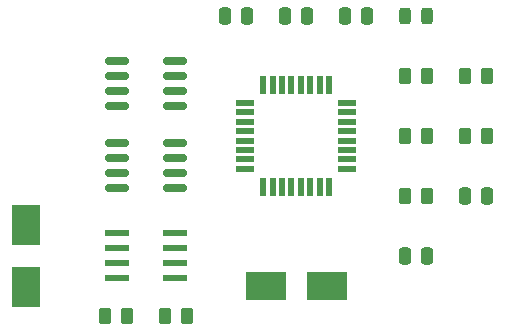
<source format=gtp>
%TF.GenerationSoftware,KiCad,Pcbnew,(6.0.0)*%
%TF.CreationDate,2022-01-07T00:24:45+08:00*%
%TF.ProjectId,pj4_MCU,706a345f-4d43-4552-9e6b-696361645f70,1*%
%TF.SameCoordinates,Original*%
%TF.FileFunction,Paste,Top*%
%TF.FilePolarity,Positive*%
%FSLAX46Y46*%
G04 Gerber Fmt 4.6, Leading zero omitted, Abs format (unit mm)*
G04 Created by KiCad (PCBNEW (6.0.0)) date 2022-01-07 00:24:45*
%MOMM*%
%LPD*%
G01*
G04 APERTURE LIST*
G04 Aperture macros list*
%AMRoundRect*
0 Rectangle with rounded corners*
0 $1 Rounding radius*
0 $2 $3 $4 $5 $6 $7 $8 $9 X,Y pos of 4 corners*
0 Add a 4 corners polygon primitive as box body*
4,1,4,$2,$3,$4,$5,$6,$7,$8,$9,$2,$3,0*
0 Add four circle primitives for the rounded corners*
1,1,$1+$1,$2,$3*
1,1,$1+$1,$4,$5*
1,1,$1+$1,$6,$7*
1,1,$1+$1,$8,$9*
0 Add four rect primitives between the rounded corners*
20,1,$1+$1,$2,$3,$4,$5,0*
20,1,$1+$1,$4,$5,$6,$7,0*
20,1,$1+$1,$6,$7,$8,$9,0*
20,1,$1+$1,$8,$9,$2,$3,0*%
G04 Aperture macros list end*
%ADD10R,3.500000X2.400000*%
%ADD11R,2.400000X3.500000*%
%ADD12R,0.550000X1.500000*%
%ADD13R,1.500000X0.550000*%
%ADD14RoundRect,0.150000X-0.825000X-0.150000X0.825000X-0.150000X0.825000X0.150000X-0.825000X0.150000X0*%
%ADD15RoundRect,0.041300X-0.943700X-0.253700X0.943700X-0.253700X0.943700X0.253700X-0.943700X0.253700X0*%
%ADD16RoundRect,0.250000X-0.262500X-0.450000X0.262500X-0.450000X0.262500X0.450000X-0.262500X0.450000X0*%
%ADD17RoundRect,0.250000X0.262500X0.450000X-0.262500X0.450000X-0.262500X-0.450000X0.262500X-0.450000X0*%
%ADD18RoundRect,0.243750X-0.243750X-0.456250X0.243750X-0.456250X0.243750X0.456250X-0.243750X0.456250X0*%
%ADD19RoundRect,0.250000X-0.250000X-0.475000X0.250000X-0.475000X0.250000X0.475000X-0.250000X0.475000X0*%
G04 APERTURE END LIST*
D10*
%TO.C,Y2*%
X175320000Y-132080000D03*
X170120000Y-132080000D03*
%TD*%
D11*
%TO.C,Y1*%
X149860000Y-132140000D03*
X149860000Y-126940000D03*
%TD*%
D12*
%TO.C,U4*%
X169920000Y-115080000D03*
X170720000Y-115080000D03*
X171520000Y-115080000D03*
X172320000Y-115080000D03*
X173120000Y-115080000D03*
X173920000Y-115080000D03*
X174720000Y-115080000D03*
X175520000Y-115080000D03*
D13*
X177020000Y-116580000D03*
X177020000Y-117380000D03*
X177020000Y-118180000D03*
X177020000Y-118980000D03*
X177020000Y-119780000D03*
X177020000Y-120580000D03*
X177020000Y-121380000D03*
X177020000Y-122180000D03*
D12*
X175520000Y-123680000D03*
X174720000Y-123680000D03*
X173920000Y-123680000D03*
X173120000Y-123680000D03*
X172320000Y-123680000D03*
X171520000Y-123680000D03*
X170720000Y-123680000D03*
X169920000Y-123680000D03*
D13*
X168420000Y-122180000D03*
X168420000Y-121380000D03*
X168420000Y-120580000D03*
X168420000Y-119780000D03*
X168420000Y-118980000D03*
X168420000Y-118180000D03*
X168420000Y-117380000D03*
X168420000Y-116580000D03*
%TD*%
D14*
%TO.C,U3*%
X162495000Y-120015000D03*
X162495000Y-121285000D03*
X162495000Y-122555000D03*
X162495000Y-123825000D03*
X157545000Y-123825000D03*
X157545000Y-122555000D03*
X157545000Y-121285000D03*
X157545000Y-120015000D03*
%TD*%
D15*
%TO.C,U2*%
X157545000Y-127635000D03*
X157545000Y-128905000D03*
X157545000Y-130175000D03*
X157545000Y-131445000D03*
X162495000Y-131445000D03*
X162495000Y-130175000D03*
X162495000Y-128905000D03*
X162495000Y-127635000D03*
%TD*%
D14*
%TO.C,U1*%
X162495000Y-113030000D03*
X162495000Y-114300000D03*
X162495000Y-115570000D03*
X162495000Y-116840000D03*
X157545000Y-116840000D03*
X157545000Y-115570000D03*
X157545000Y-114300000D03*
X157545000Y-113030000D03*
%TD*%
D16*
%TO.C,R7*%
X181967500Y-114300000D03*
X183792500Y-114300000D03*
%TD*%
%TO.C,R6*%
X187047500Y-119380000D03*
X188872500Y-119380000D03*
%TD*%
%TO.C,R5*%
X187047500Y-114300000D03*
X188872500Y-114300000D03*
%TD*%
%TO.C,R4*%
X181967500Y-119380000D03*
X183792500Y-119380000D03*
%TD*%
D17*
%TO.C,R3*%
X183792500Y-124460000D03*
X181967500Y-124460000D03*
%TD*%
D16*
%TO.C,R2*%
X163472500Y-134620000D03*
X161647500Y-134620000D03*
%TD*%
%TO.C,R1*%
X156567500Y-134620000D03*
X158392500Y-134620000D03*
%TD*%
D18*
%TO.C,D2*%
X183817500Y-109220000D03*
X181942500Y-109220000D03*
%TD*%
D19*
%TO.C,C8*%
X178750000Y-109220000D03*
X176850000Y-109220000D03*
%TD*%
%TO.C,C7*%
X188910000Y-124460000D03*
X187010000Y-124460000D03*
%TD*%
%TO.C,C6*%
X171770000Y-109220000D03*
X173670000Y-109220000D03*
%TD*%
%TO.C,C5*%
X181930000Y-129540000D03*
X183830000Y-129540000D03*
%TD*%
%TO.C,C1*%
X168590000Y-109220000D03*
X166690000Y-109220000D03*
%TD*%
M02*

</source>
